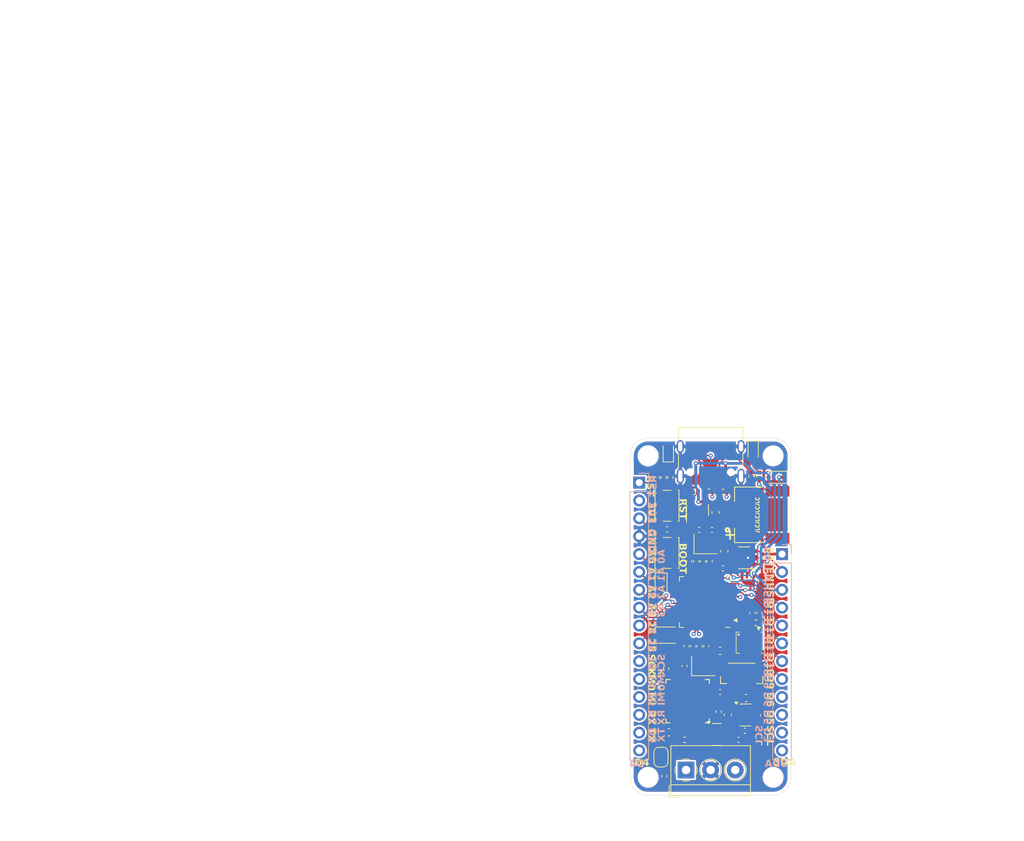
<source format=kicad_pcb>
(kicad_pcb (version 20240108) (generator "pcbnew") (generator_version "8.0")
  (layers (0 "F.Cu" signal) (31 "B.Cu" signal) (34 "B.Paste" user) (35 "F.Paste" user) (36 "B.SilkS" user "B.Silkscreen") (37 "F.SilkS" user "F.Silkscreen") (38 "B.Mask" user) (39 "F.Mask" user) (44 "Edge.Cuts" user))
  (net 0 "")
  (net 1 "GND")
  (net 2 "Net-(U1-XIN)")
  (net 3 "Net-(C2-Pad2)")
  (net 4 "+3V3")
  (net 5 "VBAT")
  (net 6 "+1V2")
  (net 7 "VBUS")
  (net 8 "Net-(D2-K)")
  (net 9 "Net-(D3-A)")
  (net 10 "Net-(D3-K)")
  (net 11 "Net-(D4-A)")
  (net 13 "Net-(J1-D--PadA7)")
  (net 15 "Net-(J1-D+-PadA6)")
  (net 16 "Net-(J1-CC1)")
  (net 18 "Net-(J1-CC2)")
  (net 19 "/EN")
  (net 20 "/~{RST}")
  (net 21 "Net-(U1-XOUT)")
  (net 22 "/QSPI_SS")
  (net 23 "/USB_DN")
  (net 24 "/USB_DP")
  (net 25 "Net-(U4-PROG)")
  (net 26 "/GPIO13")
  (net 27 "/GPIO29_ADC3")
  (net 28 "/GPIO28_ADC2")
  (net 29 "/QSPI_SD1")
  (net 30 "/GPIO0")
  (net 31 "/GPIO1")
  (net 32 "/QSPI_SCLK")
  (net 33 "/GPIO18")
  (net 34 "/GPIO25")
  (net 35 "/SWCLK")
  (net 36 "/GPIO20")
  (net 37 "/GPIO23")
  (net 38 "/GPIO2")
  (net 39 "/GPIO6")
  (net 40 "/GPIO4")
  (net 41 "/GPIO12")
  (net 42 "/GPIO10")
  (net 43 "/QSPI_SD2")
  (net 44 "/GPIO11")
  (net 45 "/GPIO19")
  (net 46 "/GPIO14")
  (net 47 "/GPIO27_ADC1")
  (net 48 "/QSPI_SD3")
  (net 49 "/QSPI_SD0")
  (net 50 "/GPIO9")
  (net 51 "/GPIO15")
  (net 52 "/GPIO21")
  (net 53 "/SWD")
  (net 54 "/GPIO3")
  (net 55 "/GPIO26_ADC0")
  (net 56 "/GPIO22")
  (net 57 "/GPIO8")
  (net 58 "/GPIO7")
  (net 59 "/GPIO5")
  (net 60 "/GPIO24")
  (net 66 "VHI")
  (net 67 "/GPIO16")
  (net 68 "/GPIO17")
  (net 69 "Net-(U7-OSC2)")
  (net 70 "Net-(U7-OSC1)")
  (net 71 "/CAN-Bus/CANH")
  (net 72 "Net-(U4-STAT)")
  (net 73 "/CAN-Bus/CANL")
  (net 74 "/CAN-Bus/~{CAN_CS}")
  (net 75 "/CAN-Bus/~{CAN_RESET}")
  (net 76 "/CAN-Bus/CAN_STBY")
  (net 77 "/CAN-Bus/SCK")
  (net 78 "/CAN-Bus/TxCAN")
  (net 79 "/CAN-Bus/~{CAN_INT}")
  (net 81 "/CAN-Bus/~{Tx0RTS}")
  (net 84 "+5V")
  (net 87 "/CAN-Bus/RxCAN")
  (net 88 "/CAN-Bus/~{Rx0BF}")
  (net 89 "/CAN-Bus/MISO")
  (net 91 "/CAN-Bus/MOSI")
  (net 92 "Net-(JP1-A)")
  (footprint "Capacitor_SMD:C_0402_1005Metric" (layer "F.Cu") (at 137.7442 111.9378)
    (property "Reference" "C6" (hide yes))
    (property "Value" "22p")
  )
  (footprint "Resistor_SMD:R_0402_1005Metric" (layer "F.Cu") (at 128.8816 109.2962 90)
    (property "Reference" "R15" (hide yes))
    (property "Value" "10K")
  )
  (footprint "Package_DFN_QFN:QFN-56-1EP_7x7mm_P0.4mm_EP3.2x3.2mm" (layer "F.Cu") (at 135.5724 99.1193 180)
    (property "Reference" "U1" (hide yes))
    (property "Value" "RP2040")
  )
  (footprint "MountingHole:MountingHole_2.5mm" (layer "F.Cu") (at 145.29522 124.0536)
    (property "Reference" "H4" (hide yes))
    (property "Value" "MountingHole")
  )
  (footprint "Resistor_SMD:R_0402_1005Metric" (layer "F.Cu") (at 137.541 114.7064 -90)
    (property "Reference" "R16" (hide yes))
    (property "Value" "10K")
  )
  (footprint "Capacitor_SMD:C_0402_1005Metric" (layer "F.Cu") (at 128.8796 112.0394 90)
    (property "Reference" "C23" (hide yes))
    (property "Value" "100nF")
  )
  (footprint "Button_Switch_SMD:SW_SPST_PTS810" (layer "F.Cu") (at 130.2004 85.428 -90)
    (property "Reference" "SW2" (hide yes))
    (property "Value" "SW_Push")
  )
  (footprint "Capacitor_SMD:C_0402_1005Metric" (layer "F.Cu") (at 132.9944 105.41 -90)
    (property "Reference" "C15" (hide yes))
    (property "Value" "100nF")
  )
  (footprint "LED_SMD:LED_WS2812B-2020_PLCC4_2.0x2.0mm" (layer "F.Cu") (at 129.9718 103.8352)
    (property "Reference" "D5" (hide yes))
    (property "Value" "WS2812B")
  )
  (footprint "Resistor_SMD:R_0402_1005Metric" (layer "F.Cu") (at 143.30218 81.2292 90)
    (property "Reference" "R13" (hide yes))
    (property "Value" "10K")
  )
  (footprint "MCP25625:Microchip-ML-28-0-0-0" (layer "F.Cu") (at 133.1396 113.2228)
    (property "Reference" "U7" (hide yes))
    (property "Value" "MCP25625T-E_ML")
  )
  (footprint "Resistor_SMD:R_0402_1005Metric" (layer "F.Cu") (at 143.7132 92.837 90)
    (property "Reference" "R9" (hide yes))
    (property "Value" "10K")
  )
  (footprint "MountingHole:MountingHole_2.5mm" (layer "F.Cu") (at 127.51522 78.3336)
    (property "Reference" "H2" (hide yes))
    (property "Value" "MountingHole")
  )
  (footprint "Capacitor_SMD:C_0402_1005Metric" (layer "F.Cu") (at 133.9248 105.41 -90)
    (property "Reference" "C7" (hide yes))
    (property "Value" "100nF")
  )
  (footprint "Capacitor_SMD:C_0603_1608Metric" (layer "F.Cu") (at 137.7442 106.0704 180)
    (property "Reference" "C17" (hide yes))
    (property "Value" "1uF")
  )
  (footprint "Connector_USB:USB_C_Receptacle_G-Switch_GT-USB-7010ASV" (layer "F.Cu") (at 136.40522 78.0796 180)
    (property "Reference" "J1" (hide yes))
    (property "Value" "USB_C_Receptacle_USB2.0")
  )
  (footprint "Package_TO_SOT_SMD:SOT-23-5" (layer "F.Cu") (at 141.1732 92.837 180)
    (property "Reference" "U3" (hide yes))
    (property "Value" "AP2112K-3.3")
  )
  (footprint "Button_Switch_SMD:SW_SPST_PTS810" (layer "F.Cu") (at 130.2004 92.1336 -90)
    (property "Reference" "SW1" (hide yes))
    (property "Value" "SW_Push")
  )
  (footprint "Capacitor_SMD:C_0402_1005Metric" (layer "F.Cu") (at 140.38522 118.7196)
    (property "Reference" "C19" (hide yes))
    (property "Value" "47pF")
  )
  (footprint "S2B-PH-SM4-TB_LF__SN_:JST_S2B-PH-SM4-TB_LF__SN_" (layer "F.Cu") (at 140.15922 86.7156 90)
    (property "Reference" "J6" (hide yes))
    (property "Value" "BAT")
  )
  (footprint "Crystal:Crystal_SMD_2520-4Pin_2.5x2.0mm" (layer "F.Cu") (at 135.6868 90.8558)
    (property "Reference" "Y1" (hide yes))
    (property "Value" "24MHz")
  )
  (footprint "Package_TO_SOT_SMD:SOT-23-5" (layer "F.Cu") (at 134.5438 86.0044 90)
    (property "Reference" "U4" (hide yes))
    (property "Value" "MCP73831")
  )
  (footprint "Package_TO_SOT_SMD:SOT-23" (layer "F.Cu") (at 137.287 117.9576)
    (property "Reference" "D6" (hide yes))
    (property "Value" "PESD1CAN")
  )
  (footprint "MountingHole:MountingHole_2.5mm" (layer "F.Cu") (at 145.29522 78.3336)
    (property "Reference" "H1" (hide yes))
    (property "Value" "MountingHole")
  )
  (footprint "LED_SMD:LED_0603_1608Metric" (layer "F.Cu") (at 142.45042 77.7094 -90)
    (property "Reference" "D4" (hide yes))
    (property "Value" "LED")
  )
  (footprint "Resistor_SMD:R_0402_1005Metric" (layer "F.Cu") (at 138.16522 83.4644)
    (property "Reference" "R6" (hide yes))
    (property "Value" "220")
  )
  (footprint "Resistor_SMD:R_0402_1005Metric" (layer "F.Cu") (at 142.2146 81.2292 -90)
    (property "Reference" "R4" (hide yes))
    (property "Value" "5K1")
  )
  (footprint "Capacitor_SMD:C_0603_1608Metric" (layer "F.Cu") (at 141.4526 112.776)
    (property "Reference" "C25" (hide yes))
    (property "Value" "1uF")
  )
  (footprint "Diode_SMD:D_SOD-323" (layer "F.Cu") (at 145.6973 81.3787 180)
    (property "Reference" "D1" (hide yes))
    (property "Value" "MBR0540")
  )
  (footprint "Resistor_SMD:R_0402_1005Metric" (layer "F.Cu") (at 134.1038 83.439 180)
    (property "Reference" "R10" (hide yes))
    (property "Value" "5K1")
  )
  (footprint "Crystal:Crystal_SMD_2520-4Pin_2.5x2.0mm" (layer "F.Cu") (at 135.3566 108.204)
    (property "Reference" "Y2" (hide yes))
    (property "Value" "16MHz")
  )
  (footprint "LED_SMD:LED_0603_1608Metric" (layer "F.Cu") (at 130.38542 77.7094 90)
    (property "Reference" "D2" (hide yes))
    (property "Value" "LED")
  )
  (footprint "Resistor_SMD:R_0402_1005Metric" (layer "F.Cu") (at 136.2456 93.345 -90)
    (property "Reference" "R2" (hide yes))
    (property "Value" "1K")
  )
  (footprint "Resistor_SMD:R_0402_1005Metric" (layer "F.Cu") (at 129.3622 98.7044 180)
    (property "Reference" "R12" (hide yes))
    (property "Value" "10K")
  )
  (footprint "SPI-Flash:USON-8-3x4" (layer "F.Cu") (at 142.0368 104.9082 -90)
    (property "Reference" "U2" (hide yes))
    (property "Value" "W25Q128JVS")
  )
  (footprint "Capacitor_SMD:C_0402_1005Metric" (layer "F.Cu") (at 141.2722 117.4242)
    (property "Reference" "C24" (hide yes))
    (property "Value" "100nF")
  )
  (footprint "Capacitor_SMD:C_0603_1608Metric" (layer "F.Cu") (at 137.0968 86.3669 90)
    (property "Reference" "C5" (hide yes))
    (property "Value" "10u")
  )
  (footprint "DMG3415UFY4Q-7:TRANS_DMG3415UFY4Q-7" (layer "F.Cu") (at 142.0622 96.4184 -90)
    (property "Reference" "Q1" (hide yes))
    (property "Value" "BSS83P")
  )
  (footprint "Capacitor_SMD:C_0402_1005Metric" (layer "F.Cu") (at 143.3322 100.6602 90)
    (property "Reference" "C12" (hide yes))
    (property "Value" "100nF")
  )
  (footprint "Capacitor_SMD:C_0402_1005Metric" (layer "F.Cu") (at 138.1506 94.3356)
    (property "Reference" "C13" (hide yes))
    (property "Value" "100nF")
  )
  (footprint "Capacitor_SMD:C_0402_1005Metric" (layer "F.Cu") (at 134.7724 88.8705 180)
    (property "Reference" "C2" (hide yes))
    (property "Value" "22p")
  )
  (footprint "Jumper:SolderJumper-2_P1.3mm_Open_RoundedPad1.0x1.5mm" (layer "F.Cu") (at 129.3368 121.1834 -90)
    (property "Reference" "JP1" (hide yes))
    (property "Value" "JMP")
  )
  (footprint "Resistor_SMD:R_0402_1005Metric" (layer "F.Cu") (at 133.35 93.345 -90)
    (property "Reference" "R1" (hide yes))
    (property "Value" "10K")
  )
  (footprint "Resistor_SMD:R_0402_1005Metric" (layer "F.Cu") (at 130.683 81.407 -90)
    (property "Reference" "R5" (hide yes))
    (property "Value" "5K1")
  )
  (footprint "Resistor_SMD:R_0402_1005Metric" (layer "F.Cu") (at 130.0734 108.6104 -90)
    (property "Reference" "R14" (hide yes))
    (property "Value" "10K")
  )
  (footprint "Diode_SMD:D_SOD-323" (layer "F.Cu") (at 129.3622 96.5962 -90)
    (property "Reference" "D3" (hide yes))
    (property "Value" "NSR0320")
  )
  (footprint "Resistor_SMD:R_0402_1005Metric" (layer "F.Cu") (at 136.14522 83.439)
    (property "Reference" "R7" (hide yes))
    (property "Value" "220")
  )
  (footprint "Resistor_SMD:R_0402_1005Metric" (layer "F.Cu") (at 132.715 118.7196)
    (property "Reference" "R17" (hide yes))
    (property "Value" "120")
  )
  (footprint "Capacitor_SMD:C_0402_1005Metric" (layer "F.Cu") (at 136.6012 88.8705)
    (property "Reference" "C1" (hide yes))
    (property "Value" "22p")
  )
  (footprint "Capacitor_SMD:C_0603_1608Metric" (layer "F.Cu") (at 138.8618 115.1636 90)
    (property "Reference" "C21" (hide yes))
    (property "Value" "1uF")
  )
  (footprint "Capacitor_SMD:C_0603_1608Metric" (layer "F.Cu") (at 130.4798 117.6528 180)
    (property "Reference" "C26" (hide yes))
    (property "Value" "1uF")
  )
  (footprint "Capacitor_SMD:C_0603_1608Metric" (layer "F.Cu") (at 138.3538 91.887 90)
    (property "Reference" "C4" (hide yes))
    (property "Value" "10u")
  )
  (footprint "Capacitor_SMD:C_0402_1005Metric" (layer "F.Cu") (at 129.8168 123.9012 -90)
    (property "Reference" "C20" (hide yes))
    (property "Value" "47pF")
  )
  (footprint "Capacitor_SMD:C_0402_1005Metric" (layer "F.Cu") (at 132.6896 108.2268 90)
    (property "Reference" "C18" (hide yes))
    (property "Value" "22p")
  )
  (footprint "Resistor_SMD:R_0402_1005Metric" (layer "F.Cu") (at 142.8222 102.0826 180)
    (property "Reference" "R3" (hide yes))
    (property "Value" "10K")
  )
  (footprint "Package_TO_SOT_SMD:SOT-23-5" (layer "F.Cu") (at 141.351 115.189)
    (property "Reference" "U5" (hide yes))
    (property "Value" "AP3012")
  )
  (footprint "Resistor_SMD:R_0402_1005Metric" (layer "F.Cu") (at 128.7272 81.407 90)
    (property "Reference" "R11" (hide yes))
    (property "Value" "10K")
  )
  (footprint "Capacitor_SMD:C_0402_1005Metric" (layer "F.Cu") (at 135.7884 105.41 -90)
    (property "Reference" "C10" (hide yes))
    (property "Value" "100nF")
  )
  (footprint "Capacitor_SMD:C_0402_1005Metric" (layer "F.Cu") (at 142.3292 100.6602 90)
    (property "Reference" "C16" (hide yes))
    (property "Value" "100nF")
  )
  (footprint "Resistor_SMD:R_0402_1005Metric" (layer "F.Cu") (at 129.7178 81.407 -90)
    (property "Reference" "R8" (hide yes))
    (property "Value" "10K")
  )
  (footprint "Capacitor_SMD:C_0603_1608Metric" (layer "F.Cu") (at 143.6878 96.266 -90)
    (property "Reference" "C3" (hide yes))
    (property "Value" "10u")
  )
  (footprint "Capacitor_SMD:C_0402_1005Metric" (layer "F.Cu") (at 134.8486 105.41 -90)
    (property "Reference" "C9" (hide yes))
    (property "Value" "1uF")
  )
  (footprint "Capacitor_SMD:C_0402_1005Metric" (layer "F.Cu") (at 143.8682 115.2144 90)
    (property "Reference" "C22" (hide yes))
    (property "Value" "100nF")
  )
  (footprint "BM04B-SRSS-TB_LF__SN_:JST_BM04B-SRSS-TB_LF__SN_" (layer "F.Cu") (at 140.8162 108.5203)
    (property "Reference" "J2" (hide yes))
    (property "Value" "I2C")
  )
  (footprint "Capacitor_SMD:C_0402_1005Metric" (layer "F.Cu") (at 134.366 93.345 90)
    (property "Reference" "C8" (hide yes))
    (property "Value" "100nF")
  )
  (footprint "TerminalBlock_4Ucon:TerminalBlock_4Ucon_1x03_P3.50mm_Horizontal" (layer "F.Cu") (at 132.90522 123.0138)
    (property "Reference" "J3" (hide yes))
    (property "Value" "Screw_Terminal_01x03")
  )
  (footprint "Capacitor_SMD:C_0402_1005Metric" (layer "F.Cu") (at 130.2004 88.7808)
    (property "Reference" "C11" (hide yes))
    (property "Value" "100nF")
  )
  (footprint "MountingHole:MountingHole_2.5mm" (layer "F.Cu") (at 127.51522 124.0536)
    (property "Reference" "H3" (hide yes))
    (property "Value" "MountingHole")
  )
  (footprint "Capacitor_SMD:C_0402_1005Metric" (layer "F.Cu") (at 135.3058 93.345 90)
    (property "Reference" "C14" (hide yes))
    (property "Value" "100nF")
  )
  (footprint "Connector_PinHeader_2.54mm:PinHeader_1x16_P2.54mm_Vertical" (layer "B.Cu") (at 126.24522 82.1436 180)
    (property "Reference" "J4" (hide yes))
    (property "Value" "Conn")
  )
  (footprint "Connector_PinHeader_2.54mm:PinHeader_1x12_P2.54mm_Vertical" (layer "B.Cu") (at 146.56522 92.3036 180)
    (property "Reference" "J5" (hide yes))
    (property "Value" "Conn")
  )
  (gr_poly (pts (xy 140.165685 101.9683) (xy 140.165685 101.4603) (xy 139.683085 101.7143)) (stroke (width 0.1)) (fill solid) (layer "F.SilkS"))
  (gr_arc (start 145.33522 75.7936) (mid 147.102987 76.525833) (end 147.83522 78.2936) (stroke (width 0.05)) (layer "Edge.Cuts"))
  (gr_line (start 127.47522 126.5936) (end 145.33522 126.5936) (stroke (width 0.05)) (layer "Edge.Cuts"))
  (gr_line (start 127.47522 75.7936) (end 145.33522 75.7936) (stroke (width 0.05)) (layer "Edge.Cuts"))
  (gr_line (start 147.83522 78.2936) (end 147.83522 124.0936) (stroke (width 0.05)) (layer "Edge.Cuts"))
  (gr_arc (start 124.97522 78.2936) (mid 125.707453 76.525833) (end 127.47522 75.7936) (stroke (width 0.05)) (layer "Edge.Cuts"))
  (gr_line (start 124.97522 78.2936) (end 124.97522 124.0936) (stroke (width 0.05)) (layer "Edge.Cuts"))
  (gr_arc (start 127.47522 126.5936) (mid 125.707453 125.861367) (end 124.97522 124.0936) (stroke (width 0.05)) (layer "Edge.Cuts"))
  (gr_arc (start 147.83522 124.0936) (mid 147.102987 125.861367) (end 145.33522 126.5936) (stroke (width 0.05)) (layer "Edge.Cuts"))
  (gr_text "D11" (at 145.14022 103.9368 -270) (layer "B.SilkS") (effects (font (size 1 1) (thickness 0.25) (bold yes)) (justify left bottom mirror)))
  (gr_text "D1" (at 128.88422 114.471956 -270) (layer "B.SilkS") (effects (font (size 1 1) (thickness 0.25) (bold yes)) (justify left bottom mirror)))
  (gr_text "SDA" (at 147.3454 122.7328 0) (layer "B.SilkS") (effects (font (size 1 1) (thickness 0.25) (bold yes)) (justify left bottom mirror)))
  (gr_text "TX" (at 130.049242 117.011956 90) (layer "B.SilkS") (effects (font (size 1 1) (thickness 0.25) (bold yes)) (justify left bottom mirror)))
  (gr_text "SCL" (at 143.94739 116.6368 -270) (layer "B.SilkS") (effects (font (size 1 1) (thickness 0.25) (bold yes)) (justify left bottom mirror)))
  (gr_text "GND" (at 128.88422 88.7222 90) (layer "B.SilkS") (effects (font (size 1 1) (thickness 0.25) (bold yes)) (justify left bottom mirror)))
  (gr_text "25" (at 128.88422 104.311956 90) (layer "B.SilkS") (effects (font (size 1 1) (thickness 0.25) (bold yes)) (justify left bottom mirror)))
  (gr_text "RST" (at 128.88422 81.1022 90) (layer "B.SilkS") (effects (font (size 1 1) (thickness 0.25) (bold yes)) (justify left bottom mirror)))
  (gr_text "EN" (at 145.14022 94.126556 -270) (layer "B.SilkS") (effects (font (size 1 1) (thickness 0.25) (bold yes)) (justify left bottom mirror)))
  (gr_text "BAT" (at 145.14022 91.2368 -270) (layer "B.SilkS") (effects (font (size 1 1) (thickness 0.25) (bold yes)) (justify left bottom mirror)))
  (gr_text "A1" (at 130.049242 94.151956 90) (layer "B.SilkS") (effects (font (size 1 1) (thickness 0.25) (bold yes)) (justify left bottom mirror)))
  (gr_text "A3" (at 130.049242 99.231956 90) (layer "B.SilkS") (effects (font (size 1 1) (thickness 0.25) (bold yes)) (justify left bottom mirror)))
  (gr_text "24" (at 128.88422 101.771956 90) (layer "B.SilkS") (effects (font (size 1 1) (thickness 0.25) (bold yes)) (justify left bottom mirror)))
  (gr_text "A2" (at 130.049242 96.691956 90) (layer "B.SilkS") (effects (font (size 1 1) (thickness 0.25) (bold yes)) (justify left bottom mirror)))
  (gr_text "20" (at 128.88422 111.931956 -270) (layer "B.SilkS") (effects (font (size 1 1) (thickness 0.25) (bold yes)) (justify left bottom mirror)))
  (gr_text "D9" (at 145.14022 109.366556 -270) (layer "B.SilkS") (effects (font (size 1 1) (thickness 0.25) (bold yes)) (justify left bottom mirror)))
  (gr_text "D10" (at 145.14022 106.4768 -270) (layer "B.SilkS") (effects (font (size 1 1) (thickness 0.25) (bold yes)) (justify left bottom mirror)))
  (gr_text "26" (at 128.88422 91.611956 90) (layer "B.SilkS") (effects (font (size 1 1) (thickness 0.25) (bold yes)) (justify left bottom mirror)))
  (gr_text "A0" (at 130.049242 91.611956 90) (layer "B.SilkS") (effects (font (size 1 1) (thickness 0.25) (bold yes)) (justify left bottom mirror)))
  (gr_text "29" (at 128.88422 99.231956 -270) (layer "B.SilkS") (effects (font (size 1 1) (thickness 0.25) (bold yes)) (justify left bottom mirror)))
  (gr_text "D4" (at 126.9746 122.7836 0) (layer "B.SilkS") (effects (font (size 1 1) (thickness 0.25) (bold yes)) (justify left bottom mirror)))
  (gr_text "M0" (at 130.049242 109.391956 90) (layer "B.SilkS") (effects (font (size 1 1) (thickness 0.25) (bold yes)) (justify left bottom mirror)))
  (gr_text "MI" (at 130.049242 111.931956 90) (layer "B.SilkS") (effects (font (size 1 1) (thickness 0.25) (bold yes)) (justify left bottom mirror)))
  (gr_text "D5" (at 145.14022 114.446556 -270) (layer "B.SilkS") (effects (font (size 1 1) (thickness 0.25) (bold yes)) (justify left bottom mirror)))
  (gr_text "3V3" (at 128.88422 84.9122 90) (layer "B.SilkS") (effects (font (size 1 1) (thickness 0.25) (bold yes)) (justify left bottom mirror)))
  (gr_text "RX" (at 130.049242 114.471956 90) (layer "B.SilkS") (effects (font (size 1 1) (thickness 0.25) (bold yes)) (justify left bottom mirror)))
  (gr_text "SCK" (at 130.049242 106.5022 90) (layer "B.SilkS") (effects (font (size 1 1) (thickness 0.25) (bold yes)) (justify left bottom mirror)))
  (gr_text "27" (at 128.88422 94.151956 -270) (layer "B.SilkS") (effects (font (size 1 1) (thickness 0.25) (bold yes)) (justify left bottom mirror)))
  (gr_text "D13" (at 145.14022 98.8568 -270) (layer "B.SilkS") (effects (font (size 1 1) (thickness 0.25) (bold yes)) (justify left bottom mirror)))
  (gr_text "D0" (at 128.88422 117.011956 -270) (layer "B.SilkS") (effects (font (size 1 1) (thickness 0.25) (bold yes)) (justify left bottom mirror)))
  (gr_text "19" (at 128.88422 109.391956 -270) (layer "B.SilkS") (effects (font (size 1 1) (thickness 0.25) (bold yes)) (justify left bottom mirror)))
  (gr_text "18" (at 128.88422 106.851956 -270) (layer "B.SilkS") (effects (font (size 1 1) (thickness 0.25) (bold yes)) (justify left bottom mirror)))
  (gr_text "28" (at 128.88422 96.691956 -270) (layer "B.SilkS") (effects (font (size 1 1) (thickness 0.25) (bold yes)) (justify left bottom mirror)))
  (gr_text "D3" (at 145.14022 116.986556 -270) (layer "B.SilkS") (effects (font (size 1 1) (thickness 0.25) (bold yes)) (justify left bottom mirror)))
  (gr_text "USB" (at 145.14022 96.3168 -270) (layer "B.SilkS") (effects (font (size 1 1) (thickness 0.25) (bold yes)) (justify left bottom mirror)))
  (gr_text "D12" (at 145.14022 101.3968 -270) (layer "B.SilkS") (effects (font (size 1 1) (thickness 0.25) (bold yes)) (justify left bottom mirror)))
  (gr_text "D6" (at 145.14022 111.906556 -270) (layer "B.SilkS") (effects (font (size 1 1) (thickness 0.25) (bold yes)) (justify left bottom mirror)))
  (gr_text "3V3" (at 127.330472 84.904333 -90) (layer "F.SilkS") (effects (font (size 1 1) (thickness 0.25) (bold yes)) (justify left bottom)))
  (gr_text "EN" (at 144.25122 94.144089 270) (layer "F.SilkS") (effects (font (size 1 1) (thickness 0.25) (bold yes)) (justify left bottom)))
  (gr_text "D5" (at 144.25122 114.464089 270) (layer "F.SilkS") (effects (font (size 1 1) (thickness 0.25) (bold yes)) (justify left bottom)))
  (gr_text "A3" (at 127.330472 99.224089 -90) (layer "F.SilkS") (effects (font (size 1 1) (thickness 0.25) (bold yes)) (justify left bottom)))
  (gr_text "24" (at 127.330472 101.764089 -90) (layer "F.SilkS") (effects (font (size 1 1) (thickness 0.25) (bold yes)) (justify left bottom)))
  (gr_text "25" (at 127.330472 104.304089 -90) (layer "F.SilkS") (effects (font (size 1 1) (thickness 0.25) (bold yes)) (justify left bottom)))
  (gr_text "A2" (at 127.330472 96.684089 -90) (layer "F.SilkS") (effects (font (size 1 1) (thickness 0.25) (bold yes)) (justify left bottom)))
  (gr_text "USB" (at 144.25122 96.334333 270) (layer "F.SilkS") (effects (font (size 1 1) (thickness 0.25) (bold yes)) (justify left bottom)))
  (gr_text "SCK" (at 127.330472 106.494333 -90) (layer "F.SilkS") (effects (font (size 1 1) (thickness 0.25) (bold yes)) (justify left bottom)))
  (gr_text "+" (at 138.28222 90.5002 0) (layer "F.SilkS") (effects (font (size 1.5 1.5) (thickness 0.25) (bold yes)) (justify left bottom)))
  (gr_text "RST" (at 131.826 84.378733 270) (layer "F.SilkS") (effects (font (size 1 1) (thickness 0.25) (bold yes)) (justify left bottom)))
  (gr_text "D10" (at 144.25122 106.494333 270) (layer "F.SilkS") (effects (font (size 1 1) (thickness 0.25) (bold yes)) (justify left bottom)))
  (gr_text "MI" (at 127.330472 111.924089 270) (layer "F.SilkS") (effects (font (size 1 1) (thickness 0.25) (bold yes)) (justify left bottom)))
  (gr_text "BAT" (at 144.25122 91.254333 270) (layer "F.SilkS") (effects (font (size 1 1) (thickness 0.25) (bold yes)) (justify left bottom)))
  (gr_text "M0" (at 127.330472 109.384089 -90) (layer "F.SilkS") (effects (font (size 1 1) (thickness 0.25) (bold yes)) (justify left bottom)))
  (gr_text "TX" (at 127.330472 117.004089 -90) (layer "F.SilkS") (effects (font (size 1 1) (thickness 0.25) (bold yes)) (justify left bottom)))
  (gr_text "D6" (at 144.25122 111.924089 270) (layer "F.SilkS") (effects (font (size 1 1) (thickness 0.25) (bold yes)) (justify left bottom)))
  (gr_text "SCL" (at 144.25122 116.654333 270) (layer "F.SilkS") (effects (font (size 1 1) (thickness 0.25) (bold yes)) (justify left bottom)))
  (gr_text "GND" (at 127.330472 88.714333 -90) (layer "F.SilkS") (effects (font (size 1 1) (thickness 0.25) (bold yes)) (justify left bottom)))
  (gr_text "A0" (at 127.330472 91.604089 -90) (layer "F.SilkS") (effects (font (size 1 1) (thickness 0.25) (bold yes)) (justify left bottom)))
  (gr_text "D4" (at 125.545709 122.580926 0) (layer "F.SilkS") (effects (font (size 1 1) (thickness 0.25) (bold yes)) (justify left bottom)))
  (gr_text "D11" (at 144.25122 103.954333 270) (layer "F.SilkS") (effects (font (size 1 1) (thickness 0.25) (bold yes)) (justify left bottom)))
  (gr_text "JLCJLCJLCJLC" (at 143.372345 89.424528 90) (layer "F.SilkS") (effects (font (size 0.5 0.5) (thickness 0.125) (bold yes)) (justify left bottom)))
  (gr_text "SDA" (at 145.288 122.498882 0) (layer "F.SilkS") (effects (font (size 1 1) (thickness 0.25) (bold yes)) (justify left bottom)))
  (gr_text "BOOT" (at 131.826 90.734577 270) (layer "F.SilkS") (effects (font (size 1 1) (thickness 0.25) (bold yes)) (justify left bottom)))
  (gr_text "D13" (at 144.25122 98.874333 270) (layer "F.SilkS") (effects (font (size 1 1) (thickness 0.25) (bold yes)) (justify left bottom)))
  (gr_text "RX" (at 127.330472 114.464089 -90) (layer "F.SilkS") (effects (font (size 1 1) (thickness 0.25) (bold yes)) (justify left bottom)))
  (gr_text "D9" (at 144.25122 109.384089 270) (layer "F.SilkS") (effects (font (size 1 1) (thickness 0.25) (bold yes)) (justify left bottom)))
  (gr_text "D12" (at 144.25122 101.414333 270) (layer "F.SilkS") (effects (font (size 1 1) (thickness 0.25) (bold yes)) (justify left bottom)))
  (gr_text "A1" (at 127.330472 94.144089 -90) (layer "F.SilkS") (effects (font (size 1 1) (thickness 0.25) (bold yes)) (justify left bottom)))
  (gr_text "RST" (at 127.2032 81.094333 -90) (layer "F.SilkS") (effects (font (size 1 1) (thickness 0.25) (bold yes)) (justify left bottom)))
  (segment (start 142.3107 92.837) (end 141.732 92.837) (width 0.5) (layer "F.Cu") (net 1))
  (via (at 141.732 92.837) (size 0.6) (drill 0.3) (layers "F.Cu" "B.Cu") (net 1))
  (via (at 140.3858 103.759) (size 0.6) (drill 0.3) (layers "F.Cu" "B.Cu") (net 1))
  (via (at 128.8796 110.7694) (size 0.6) (drill 0.3) (layers "F.Cu" "B.Cu") (net 1))
  (segment (start 137.0812 89.6364) (end 136.5618 90.1558) (width 0.2) (layer "F.Cu") (net 2))
  (segment (start 136.6632 90.1558) (end 137.4368 90.9294) (width 0.2) (layer "F.Cu") (net 2))
  (segment (start 136.5618 90.1558) (end 136.6632 90.1558) (width 0.2) (layer "F.Cu") (net 2))
  (segment (start 137.4368 93.602724) (end 136.1724 94.867124) (width 0.2) (layer "F.Cu") (net 2))
  (segment (start 137.4368 90.9294) (end 137.4368 93.602724) (width 0.2) (layer "F.Cu") (net 2))
  (segment (start 137.0812 88.8705) (end 137.0812 89.6364) (width 0.2) (layer "F.Cu") (net 2))
  (segment (start 136.1724 94.867124) (end 136.1724 95.6818) (width 0.2) (layer "F.Cu") (net 2))
  (segment (start 134.9664 91.5558) (end 136.2456 92.835) (width 0.2) (layer "F.Cu") (net 3))
  (segment (start 133.9368 90.9558) (end 134.5368 91.5558) (width 0.2) (layer "F.Cu") (net 3))
  (segment (start 134.5368 91.5558) (end 134.8118 91.5558) (width 0.2) (layer "F.Cu") (net 3))
  (segment (start 134.2924 88.8705) (end 133.9368 89.2261) (width 0.2) (layer "F.Cu") (net 3))
  (segment (start 133.9368 89.2261) (end 133.9368 90.9558) (width 0.2) (layer "F.Cu") (net 3))
  (segment (start 134.8118 91.5558) (end 134.9664 91.5558) (width 0.2) (layer "F.Cu") (net 3))
  (segment (start 127.80242 88.7808) (end 126.24522 87.2236) (width 0.2) (layer "F.Cu") (net 4))
  (segment (start 142.315676 101.1402) (end 142.3292 101.1402) (width 0.2) (layer "F.Cu") (net 4))
  (segment (start 128.8796 112.5194) (end 130.2362 112.5194) (width 0.2) (layer "F.Cu") (net 4))
  (segment (start 135.3724 93.8916) (end 135.3058 93.825) (width 0.2) (layer "F.Cu") (net 4))
  (segment (start 143.3322 102.0826) (end 143.6868 102.4372) (width 0.2) (layer "F.Cu") (net 4))
  (segment (start 143.3322 102.0826) (end 143.3322 101.1402) (width 0.2) (layer "F.Cu") (net 4))
  (segment (start 128.2696 111.9094) (end 128.8796 112.5194) (width 0.2) (layer "F.Cu") (net 4))
  (segment (start 142.3292 101.1402) (end 143.3322 101.1402) (width 0.2) (layer "F.Cu") (net 4))
  (segment (start 139.0099 101.7193) (end 141.736576 101.7193) (width 0.2) (layer "F.Cu") (net 4))
  (segment (start 137.6706 94.3356) (end 137.6706 94.025601) (width 0.3) (layer "F.Cu") (net 4))
  (segment (start 128.8816 109.8062) (end 128.2696 110.4182) (width 0.2) (layer "F.Cu") (net 4))
  (segment (start 138.3538 93.342401) (end 138.3538 92.662) (width 0.3) (layer "F.Cu") (net 4))
  (segment (start 135.3724 95.6818) (end 135.3724 93.8916) (width 0.2) (layer "F.Cu") (net 4))
  (segment (start 140.0357 93.787) (end 139.6086 93.787) (width 0.3) (layer "F.Cu") (net 4))
  (segment (start 137.6706 94.025601) (end 138.3538 93.342401) (width 0.3) (layer "F.Cu") (net 4))
  (segment (start 138.4836 92.662) (end 138.3538 92.662) (width 0.3) (layer "F.Cu") (net 4))
  (segment (start 128.2696 110.4182) (end 128.2696 111.9094) (width 0.2) (layer "F.Cu") (net 4))
  (segment (start 143.6868 105.6582) (end 143.2368 106.1082) (width 0.2) (layer "F.Cu") (net 4))
  (segment (start 141.736576 101.7193) (end 142.315676 101.1402) (width 0.2) (layer "F.Cu") (net 4))
  (segment (start 143.6868 102.4372) (end 143.6868 105.6582) (width 0.2) (layer "F.Cu") (net 4))
  (segment (start 139.6086 93.787) (end 138.4836 92.662) (width 0.3) (layer "F.Cu") (net 4))
  (segment (start 129.7204 88.7808) (end 127.80242 88.7808) (width 0.2) (layer "F.Cu") (net 4))
  (segment (start 130.2362 112.5194) (end 130.2896 112.5728) (width 0.2) (layer "F.Cu") (net 4))
  (segment (start 140.15922 87.7156) (end 140.15922 90.19742) (width 0.4) (layer "F.Cu") (net 5))
  (segment (start 141.4874 87.7156) (end 143.7132 89.9414) (width 0.4) (layer "F.Cu") (net 5))
  (segment (start 141.1732 93.330026) (end 141.1732 94.7024) (width 0.4) (layer "F.Cu") (net 5))
  (segment (start 137.0968 87.1419) (end 135.4938 87.1419) (width 0.4) (layer "F.Cu") (net 5))
  (segment (start 140.8684 95.0072) (end 140.8684 96.0296) (width 0.4) (layer "F.Cu") (net 5))
  (segment (start 140.15922 87.7156) (end 141.4874 87.7156) (width 0.4) (layer "F.Cu") (net 5))
  (segment (start 141.0982 92.48085) (end 140.9446 92.63445) (width 0.4) (layer "F.Cu") (net 5))
  (segment (start 141.1732 94.7024) (end 140.8684 95.0072) (width 0.4) (layer "F.Cu") (net 5))
  (segment (start 141.2572 96.4184) (end 142.0622 96.4184) (width 0.4) (layer "F.Cu") (net 5))
  (segment (start 140.15922 90.19742) (end 141.0982 91.1364) (width 0.4) (layer "F.Cu") (net 5))
  (segment (start 144.97831 92.3036) (end 146.56522 92.3036) (width 0.4) (layer "F.Cu") (net 5))
  (segment (start 141.0982 91.1364) (end 141.0982 92.48085) (width 0.4) (layer "F.Cu") (net 5))
  (segment (start 143.7132 91.03849) (end 144.97831 92.3036) (width 0.4) (layer "F.Cu") (net 5))
  (segment (start 140.8684 96.0296) (end 141.2572 96.4184) (width 0.4) (layer "F.Cu") (net 5))
  (segment (start 143.7132 89.9414) (end 143.7132 91.03849) (width 0.4) (layer "F.Cu") (net 5))
  (segment (start 140.9446 92.63445) (end 140.9446 93.101426) (width 0.4) (layer "F.Cu") (net 5))
  (segment (start 140.9446 93.101426) (end 141.1732 93.330026) (width 0.4) (layer "F.Cu") (net 5))
  (segment (start 137.6705 87.7156) (end 137.0968 87.1419) (width 0.4) (layer "F.Cu") (net 5))
  (segment (start 140.15922 87.7156) (end 137.6705 87.7156) (width 0.4) (layer "F.Cu") (net 5))
  (segment (start 134.9724 95.6818) (end 134.9724 94.4314) (width 0.2) (layer "F.Cu") (net 6))
  (segment (start 134.9724 94.4314) (end 134.366 93.825) (width 0.2) (layer "F.Cu") (net 6))
  (segment (start 144.6276 80.7466) (end 144.6276 81.359) (width 0.4) (layer "F.Cu") (net 7))
  (segment (start 134.00522 81.28518) (end 134.2898 81.0006) (width 0.4) (layer "F.Cu") (net 7))
  (segment (start 134.2898 81.0006) (end 134.2898 79.375) (width 0.4) (layer "F.Cu") (net 7))
  (segment (start 142.5622 95.0548) (end 142.5702 95.0468) (width 0.3) (layer "F.Cu") (net 7))
  (segment (start 138.5316 80.938949) (end 138.5316 79.4004) (width 0.4) (layer "F.Cu") (net 7))
  (segment (start 134.00522 81.8046) (end 134.00522 81.28518) (width 0.4) (layer "F.Cu") (net 7))
  (segment (start 135.4938 84.8669) (end 134.6763 84.8669) (width 0.4) (layer "F.Cu") (net 7))
  (segment (start 134.6763 84.8669) (end 134.6708 84.8614) (width 0.4) (layer "F.Cu") (net 7))
  (segment (start 131.2672 77.80368) (end 131.2672 78.2828) (width 0.2) (layer "F.Cu") (net 7))
  (segment (start 144.6276 81.359) (end 144.6473 81.3787) (width 0.4) (layer "F.Cu") (net 7))
  (segment (start 131.6736 78.2828) (end 136.398 78.2828) (width 0.2) (layer "F.Cu") (net 7))
  (segment (start 138.80522 81.8046) (end 138.80522 81.212569) (width 0.4) (layer "F.Cu") (net 7))
  (segment (start 142.5622 95.5184) (end 142.5622 95.0548) (width 0.3) (layer "F.Cu") (net 7))
  (segment (start 131.2672 78.2828) (end 131.2672 79.3476) (width 0.2) (layer "F.Cu") (net 7))
  (segment (start 131.2672 79.3476) (end 129.7178 80.897) (width 0.2) (layer "F.Cu") (net 7))
  (segment (start 130.38542 76.9219) (end 131.2672 77.80368) (width 0.2) (layer "F.Cu") (net 7))
  (segment (start 131.2672 78.2828) (end 131.6736 78.2828) (width 0.2) (layer "F.Cu") (net 7))
  (segment (start 138.80522 81.212569) (end 138.5316 80.938949) (width 0.4) (layer "F.Cu") (net 7))
  (via (at 134.6708 84.8614) (size 0.6) (drill 0.3) (layers "F.Cu" "B.Cu") (net 7))
  (via (at 142.5702 95.0468) (size 0.6) (drill 0.3) (layers "F.Cu" "B.Cu") (net 7))
  (via (at 138.5316 79.4004) (size 0.6) (drill 0.3) (layers "F.Cu" "B.Cu") (net 7))
  (via (at 134.2898 79.375) (size 0.6) (drill 0.3) (layers "F.Cu" "B.Cu") (net 7))
  (via (at 144.6276 80.7466) (size 0.6) (drill 0.3) (layers "F.Cu" "B.Cu") (net 7))
  (via (at 136.398 78.2828) (size 0.6) (drill 0.3) (layers "F.Cu" "B.Cu") (net 7))
  (segment (start 134.6708 84.8614) (end 134.6708 83.2358) (width 0.4) (layer "B.Cu") (net 7))
  (segment (start 143.5862 94.0308) (end 143.5862 91.408472) (width 0.4) (layer "B.Cu") (net 7))
  (segment (start 134.2898 82.8548) (end 134.2898 79.375) (width 0.4) (layer "B.Cu") (net 7))
  (segment (start 138.5062 79.375) (end 138.5316 79.4004) (width 0.4) (layer "B.Cu") (net 7))
  (segment (start 142.5702 95.0468) (end 143.5862 94.0308) (width 0.4) (layer "B.Cu") (net 7))
  (segment (start 143.5862 91.408472) (end 145.509618 89.485054) (width 0.4) (layer "B.Cu") (net 7))
  (segment (start 136.398 78.2828) (end 136.398 79.375) (width 0.2) (layer "B.Cu") (net 7))
  (segment (start 134.2898 79.375) (end 136.398 79.375) (width 0.4) (layer "B.Cu") (net 7))
  (segment (start 142.6972 80.7466) (end 144.6276 80.7466) (width 0.4) (layer "B.Cu") (net 7))
  (segment (start 145.509618 82.543018) (end 144.6276 81.661) (width 0.4) (layer "B.Cu") (net 7))
  (segment (start 144.907 97.3836) (end 142.5702 95.0468) (width 0.4) (layer "B.Cu") (net 7))
  (segment (start 136.398 79.375) (end 138.5062 79.375) (width 0.4) (layer "B.Cu") (net 7))
  (segment (start 144.6276 81.661) (end 144.6276 80.7466) (width 0.4) (layer "B.Cu") (net 7))
  (segment (start 145.509618 89.485054) (end 145.509618 82.543018) (width 0.4) (layer "B.Cu") (net 7))
  (segment (start 134.6708 83.2358) (end 134.2898 82.8548) (width 0.4) (layer "B.Cu") (net 7))
  (segment (start 141.351 79.4004) (end 142.6972 80.7466) (width 0.4) (layer "B.Cu") (net 7))
  (segment (start 146.56522 97.3836) (end 144.907 97.3836) (width 0.4) (layer "B.Cu") (net 7))
  (segment (start 138.5316 79.4004) (end 141.351 79.4004) (width 0.4) (layer "B.Cu") (net 7))
  (segment (start 128.7272 80.897) (end 128.7272 80.15512) (width 0.2) (layer "F.Cu") (net 8))
  (segment (start 128.7272 80.15512) (end 130.38542 78.4969) (width 0.2) (layer "F.Cu") (net 8))
  (segment (start 128.8522 98.1562) (end 128.8522 98.7044) (width 0.2) (layer "F.Cu") (net 9))
  (segment (start 129.3622 97.6462) (end 128.8522 98.1562) (width 0.2) (layer "F.Cu") (net 9))
  (segment (start 129.1254 95.3094) (end 129.3622 95.5462) (width 0.2) (layer "F.Cu") (net 10))
  (segment (start 129.1254 94.2086) (end 129.1254 95.3094) (width 0.2) (layer "F.Cu") (net 10))
  (segment (start 129.1254 90.0586) (end 129.1254 94.2086) (width 0.2) (layer "F.Cu") (net 10))
  (segment (start 143.30218 80.7192) (end 142.45042 79.86744) (width 0.2) (layer "F.Cu") (net 11))
  (segment (start 142.45042 79.86744) (end 142.45042 78.4969) (width 0.2) (layer "F.Cu") (net 11))
  (segment (start 137.15522 82.9644) (end 137.15522 81.8046) (width 0.2) (layer "F.Cu") (net 13))
  (segment (start 137.65522 83.4644) (end 137.15522 82.9644) (width 0.2) (layer "F.Cu") (net 13))
  (segment (start 136.15522 81.01478) (end 136.15522 81.8046) (width 0.2) (layer "F.Cu") (net 13))
  (segment (start 136.398 80.772) (end 136.15522 81.01478) (width 0.2) (layer "F.Cu") (net 13))
  (segment (start 137.15522 81.8046) (end 137.15522 80.9346) (width 0.2) (layer "F.Cu") (net 13))
  (segment (start 137.15522 80.9346) (end 136.99262 80.772) (width 0.2) (layer "F.Cu") (net 13))
  (segment (start 136.99262 80.772) (end 136.398 80.772) (width 0.2) (layer "F.Cu") (net 13))
  (segment (start 136.402096 82.7532) (end 135.65522 82.7532) (width 0.2) (layer "F.Cu") (net 15))
  (segment (start 136.65522 82.500076) (end 136.402096 82.7532) (width 0.2) (layer "F.Cu") (net 15))
  (segment (start 136.65522 81.8046) (end 136.65522 82.500076) (width 0.2) (layer "F.Cu") (net 15))
  (segment (start 135.65522 83.419) (end 135.63522 83.439) (width 0.2) (layer "F.Cu") (net 15))
  (segment (start 135.65522 82.7532) (end 135.65522 83.419) (width 0.2) (layer "F.Cu") (net 15))
  (segment (start 135.65522 81.8046) (end 135.65522 82.7532) (width 0.2) (layer "F.Cu") (net 15))
  (segment (start 140.21 78.7146) (end 142.2146 80.7192) (width 0.2) (layer "F.Cu") (net 16))
  (segment (start 137.65522 81.8046) (end 137.65522 79.428251) (width 0.2) (layer "F.Cu") (net 16))
  (segment (start 137.65522 79.428251) (end 138.368871 78.7146) (width 0.2) (layer "F.Cu") (net 16))
  (segment (start 138.368871 78.7146) (end 140.21 78.7146) (width 0.2) (layer "F.Cu") (net 16))
  (segment (start 135.001 79.237671) (end 134.554129 78.7908) (width 0.2) (layer "F.Cu") (net 18))
  (segment (start 135.001 80.7466) (end 135.001 79.237671) (width 0.2) (layer "F.Cu") (net 18))
  (segment (start 134.65522 81.8046) (end 134.65522 81.09238) (width 0.2) (layer "F.Cu") (net 18))
  (segment (start 134.554129 78.7908) (end 132.7892 78.7908) (width 0.2) (layer "F.Cu") (net 18))
  (segment (start 132.7892 78.7908) (end 130.683 80.897) (width 0.2) (layer "F.Cu") (net 18))
  (segment (start 134.65522 81.09238) (end 135.001 80.7466) (width 0.2) (layer "F.Cu") (net 18))
  (segment (start 143.2732 91.887) (end 142.3107 91.887) (width 0.2) (layer "F.Cu") (net 19))
  (segment (start 146.56522 94.597616) (end 146.56522 94.8436) (width 0.2) (layer "F.Cu") (net 19))
  (segment (start 143.7132 92.327) (end 143.2732 91.887) (width 0.2) (layer "F.Cu") (net 19))
  (segment (start 144.294604 92.327) (end 146.56522 94.597616) (width 0.2) (layer "F.Cu") (net 19))
  (segment (start 143.7132 92.327) (end 144.294604 92.327) (width 0.2) (layer "F.Cu") (net 19))
  (segment (start 133.7724 94.2774) (end 133.7724 95.6818) (width 0.2) (layer "F.Cu") (net 20))
  (segment (start 129.1254 87.503) (end 129.1254 83.353) (width 0.2) (layer "F.Cu") (net 20))
  (segment (start 127.381 82.1436) (end 126.24522 82.1436) (width 0.2) (layer "F.Cu") (net 20))
  (segment (start 129.1254 83.353) (end 128.5904 83.353) (width 0.2) (layer "F.Cu") (net 20))
  (segment (start 128.5904 83.353) (end 127.381 82.1436) (width 0.2) (layer "F.Cu") (net 20))
  (segment (start 133.35 93.855) (end 133.7724 94.2774) (width 0.2) (layer "F.Cu") (net 20))
  (segment (start 136.2456 93.855) (end 135.7724 94.3282) (width 0.2) (layer "F.Cu") (net 21))
  (segment (start 135.7724 94.3282) (end 135.7724 95.6818) (width 0.2) (layer "F.Cu") (net 21))
  (segment (start 129.8722 98.423) (end 130.0988 98.1964) (width 0.2) (layer "F.Cu") (net 22))
  (segment (start 142.1598 102.235) (end 142.3122 102.0826) (width 0.2) (layer "F.Cu") (net 22))
  (segment (start 142.3122 102.6628) (end 143.2368 103.5874) (width 0.2) (layer "F.Cu") (net 22))
  (segment (start 142.3122 102.0826) (end 142.3122 102.6628) (width 0.2) (layer "F.Cu") (net 22))
  (segment (start 138.1724 102.5568) (end 139.352801 102.556801) (width 0.2) (layer "F.Cu") (net 22))
  (segment (start 139.352801 102.556801) (end 139.674602 102.235) (width 0.2) (layer "F.Cu") (net 22))
  (segment (start 129.8722 98.7044) (end 129.8722 98.423) (width 0.2) (layer "F.Cu") (net 22))
  (segment (start 143.2368 103.5874) (end 143.2368 103.7082) (width 0.2) (layer "F.Cu") (net 22))
  (segment (start 139.674602 102.235) (end 142.1598 102.235) (width 0.2) (layer "F.Cu") (net 22))
  (via (at 130.0988 98.1964) (size 0.6) (drill 0.3) (layers "F.Cu" "B.Cu") (net 22))
  (segment (start 134.1724 103.4828) (end 133.9724 103.6828) (width 0.2) (layer "F.Cu") (net 23))
  (segment (start 138.67522 83.4644) (end 138.67522 84.1502) (width 0.2) (layer "F.Cu") (net 23))
  (segment (start 134.1724 102.5568) (end 134.1724 103.4828) (width 0.2) (layer "F.Cu") (net 23))
  (via (at 133.9724 103.6828) (size 0.6) (drill 0.3) (layers "F.Cu" "B.Cu") (net 23))
  (via (at 138.67522 84.1502) (size 0.6) (drill 0.3) (layers "F.Cu" "B.Cu") (net 23))
  (segment (start 136.65522 83.439) (end 136.65522 84.1502) (width 0.2) (layer "F.Cu") (net 24))
  (segment (start 134.5724 103.4828) (end 134.7724 103.6828) (width 0.2) (layer "F.Cu") (net 24))
  (segment (start 134.5724 102.5568) (end 134.5724 103.4828) (width 0.2) (layer "F.Cu") (net 24))
  (via (at 136.65522 84.1502) (size 0.6) (drill 0.3) (layers "F.Cu" "B.Cu") (net 24))
  (via (at 134.7724 103.6828) (size 0.6) (drill 0.3) (layers "F.Cu" "B.Cu") (net 24))
  (segment (start 133.5938 84.5668) (end 133.5938 84.8669) (width 0.2) (layer "F.Cu") (net 25))
  (segment (start 134.6138 83.439) (end 134.6138 83.5468) (width 0.2) (layer "F.Cu") (net 25))
  (segment (start 134.6138 83.5468) (end 133.5938 84.5668) (width 0.2) (layer "F.Cu") (net 25))
  (segment (start 137.7724 95.6818) (end 137.7724 95.14794) (width 0.2) (layer "F.Cu") (net 26))
  (segment (start 138.9892 94.9456) (end 139.7 95.6564) (width 0.2) (layer "F.Cu") (net 26))
  (segment (start 137.7724 95.14794) (end 137.97604 94.9443) (width 0.2) (layer "F.Cu") (net 26))
  (segment (start 143.30218 81.7392) (end 143.30218 82.34218) (width 0.2) (layer "F.Cu") (net 26))
  (segment (start 138.37006 94.9456) (end 138.9892 94.9456) (width 0.2) (layer "F.Cu") (net 26))
  (segment (start 137.97604 94.9443) (end 138.36876 94.9443) (width 0.2) (layer "F.Cu") (net 26))
  (segment (start 138.36876 94.9443) (end 138.37006 94.9456) (width 0.2) (layer "F.Cu") (net 26))
  (segment (start 143.30218 82.34218) (end 143.3068 82.3468) (width 0.2) (layer "F.Cu") (net 26))
  (via (at 143.3068 82.3468) (size 0.6) (drill 0.3) (layers "F.Cu" "B.Cu") (net 26))
  (via (at 139.7 95.6564) (size 0.6) (drill 0.3) (layers "F.Cu" "B.Cu") (net 26))
  (segment (start 143.0862 93.6164) (end 141.9702 94.7324) (width 0.2) (layer "B.Cu") (net 26))
  (segment (start 143.0862 91.201366) (end 143.0862 93.6164) (width 0.2) (layer "B.Cu") (net 26))
  (segment (start 143.3068 82.3468) (end 143.3576 82.3468) (width 0.2) (layer "B.Cu") (net 26))
  (segment (start 140.7064 95.3358) (end 141.9702 95.3358) (width 0.2) (layer "B.Cu") (net 26))
  (segment (start 140.3858 95.6564) (end 140.7064 95.3358) (width 0.2) (layer "B.Cu") (net 26))
  (segment (start 143.3576 82.3468) (end 145.009618 83.998818) (width 0.2) (layer "B.Cu") (net 26))
  (segment (start 141.9702 94.7324) (end 141.9702 95.3358) (width 0.2) (layer "B.Cu") (net 26))
  (segment (start 146.558 99.9236) (end 146.56522 99.9236) (width 0.2) (layer "B.Cu") (net 26))
  (segment (start 145.009618 89.277948) (end 143.0862 91.201366) (width 0.2) (layer "B.Cu") (net 26))
  (segment (start 141.9702 95.3358) (end 146.558 99.9236) (width 0.2) (layer "B.Cu") (net 26))
  (segment (start 139.7 95.6564) (end 140.3858 95.6564) (width 0.2) (layer "B.Cu") (net 26))
  (segment (start 145.009618 83.998818) (end 145.009618 89.277948) (width 0.2) (layer "B.Cu") (net 26))
  (segment (start 132.1349 101.3193) (end 127.64092 101.3193) (width 0.2) (layer "F.Cu") (net 27))
  (segment (start 127.64092 101.3193) (end 126.24522 99.9236) (width 0.2) (layer "F.Cu") (net 27))
  (segment (start 127.4822 98.62058) (end 126.24522 97.3836) (width 0.2) (layer "F.Cu") (net 28))
  (segment (start 128.996804 100.9193) (end 127.4822 99.404694) (width 0.2) (layer "F.Cu") (net 28))
  (segment (start 127.4822 99.404694) (end 127.4822 98.62058) (width 0.2) (layer "F.Cu") (net 28))
  (segment (start 132.1349 100.9193) (end 128.996804 100.9193) (width 0.2) (layer "F.Cu") (net 28))
  (segment (start 141.6114 102.6986) (end 142.4368 103.524) (width 0.2) (layer "F.Cu") (net 29))
  (segment (start 137.7724 102.5568) (end 137.7724 103.09066) (width 0.2) (layer "F.Cu") (net 29))
  (segment (start 142.4368 103.524) (end 142.4368 103.7082) (width 0.2) (layer "F.Cu") (net 29))
  (segment (start 137.7724 103.09066) (end 138.00894 103.3272) (width 0.2) (layer "F.Cu") (net 29))
  (segment (start 138.00894 103.3272) (end 139.148086 103.3272) (width 0.2) (layer "F.Cu") (net 29))
  (segment (start 139.148086 103.3272) (end 139.776687 102.6986) (width 0.2) (layer "F.Cu") (net 29))
  (segment (start 139.776687 102.6986) (end 141.6114 102.6986) (width 0.2) (layer "F.Cu") (net 29))
  (segment (start 141.6368 106.2418) (end 141.6368 106.1082) (width 0.2) (layer "F.Cu") (net 32))
  (segment (start 139.140514 104.5272) (end 140.3604 105.747086) (width 0.2) (layer "F.Cu") (net 32))
  (segment (start 140.3604 106.5276) (end 140.541 106.7082) (width 0.2) (layer "F.Cu") (net 32))
  (segment (start 137.511882 104.5272) (end 139.140514 104.5272) (width 0.2) (layer "F.Cu") (net 32))
  (segment (start 136.5724 103.587718) (end 137.511882 104.5272) (width 0.2) (layer "F.Cu") (net 32))
  (segment (start 141.1704 106.7082) (end 141.6368 106.2418) (width 0.2) (layer "F.Cu") (net 32))
  (segment (start 136.5724 102.5568) (end 136.5724 103.587718) (width 0.2) (layer "F.Cu") (net 32))
  (segment (start 140.3604 105.747086) (end 140.3604 106.5276) (width 0.2) (layer "F.Cu") (net 32))
  (segment (start 140.541 106.7082) (end 141.1704 106.7082) (width 0.2) (layer "F.Cu") (net 32))
  (segment (start 130.502 99.7193) (end 130.302 99.5193) (width 0.2) (layer "F.Cu") (net 34))
  (segment (start 132.1349 99.7193) (end 130.502 99.7193) (width 0.2) (layer "F.Cu") (net 34))
  (via (at 130.302 99.5193) (size 0.6) (drill 0.3) (layers "F.Cu" "B.Cu") (net 34))
  (segment (start 127.6858 102.1355) (end 127.6858 103.56302) (width 0.2) (layer "B.Cu") (net 34))
  (segment (start 130.302 99.5193) (end 127.6858 102.1355) (width 0.2) (layer "B.Cu") (net 34))
  (segment (start 127.6858 103.56302) (end 126.24522 105.0036) (width 0.2) (layer "B.Cu") (net 34))
  (segment (start 138.1724 95.6818) (end 138.811 95.6818) (width 0.2) (layer "F.Cu") (net 41))
  (via (at 138.811 95.6818) (size 0.6) (drill 0.3) (layers "F.Cu" "B.Cu") (net 41))
  (segment (start 138.811 95.6818) (end 139.3856 96.2564) (width 0.2) (layer "B.Cu") (net 41))
  (segment (start 145.3388 99.270086) (end 145.3388 101.23718) (width 0.2) (layer "B.Cu") (net 41))
  (segment (start 140.545086 96.0628) (end 142.131514 96.0628) (width 0.2) (layer "B.Cu") (net 41))
  (segment (start 140.351486 96.2564) (end 140.545086 96.0628) (width 0.2) (layer "B.Cu") (net 41))
  (segment (start 142.131514 96.0628) (end 145.3388 99.270086) (width 0.2) (layer "B.Cu") (net 41))
  (segment (start 145.3388 101.23718) (end 146.56522 102.4636) (width 0.2) (layer "B.Cu") (net 41))
  (segment (start 139.3856 96.2564) (end 140.351486 96.2564) (width 0.2) (layer "B.Cu") (net 41))
  (segment (start 139.0099 96.9193) (end 139.913054 96.9193) (width 0.2) (layer "F.Cu") (net 42))
  (segment (start 140.381553 97.387799) (end 141.287672 97.387799) (width 0.2) (layer "F.Cu") (net 42))
  (segment (start 141.287672 97.387799) (end 141.325742 97.425869) (width 0.2) (layer "F.Cu") (net 42))
  (segment (start 139.913054 96.9193) (end 140.381553 97.387799) (width 0.2) (layer "F.Cu") (net 42))
  (via (at 141.325742 97.425869) (size 0.6) (drill 0.3) (layers "F.Cu" "B.Cu") (net 42))
  (segment (start 142.363211 97.425869) (end 144.5388 99.601458) (width 0.2) (layer "B.Cu") (net 42))
  (segment (start 144.5388 105.51718) (end 146.56522 107.5436) (width 0.2) (layer "B.Cu") (net 42))
  (segment (start 141.325742 97.425869) (end 142.363211 97.425869) (width 0.2) (layer "B.Cu") (net 42))
  (segment (start 144.5388 99.601458) (end 144.5388 105.51718) (width 0.2) (layer "B.Cu") (net 42))
  (segment (start 139.313772 103.7272) (end 139.942372 103.0986) (width 0.2) (layer "F.Cu") (net 43))
  (segment (start 141.6368 103.5114) (end 141.6368 103.7082) (width 0.2) (layer "F.Cu") (net 43))
  (segment (start 141.224 103.0986) (end 141.6368 103.5114) (width 0.2) (layer "F.Cu") (net 43))
  (segment (start 137.3724 102.5568) (end 137.3724 103.256346) (width 0.2) (layer "F.Cu") (net 43))
  (segment (start 137.3724 103.256346) (end 137.843254 103.7272) (width 0.2) (layer "F.Cu") (net 43))
  (segment (start 139.942372 103.0986) (end 141.224 103.0986) (width 0.2) (layer "F.Cu") (net 43))
  (segment (start 137.843254 103.7272) (end 139.313772 103.7272) (width 0.2) (layer "F.Cu") (net 43))
  (segment (start 139.0099 96.5193) (end 140.361583 96.5193) (width 0.2) (layer "F.Cu") (net 44))
  (segment (start 140.361583 96.5193) (end 140.630082 96.787799) (width 0.2) (layer "F.Cu") (net 44))
  (via (at 140.630082 96.787799) (size 0.6) (drill 0.3) (layers "F.Cu" "B.Cu") (net 44))
  (segment (start 142.290827 96.787799) (end 144.9388 99.435772) (width 0.2) (layer "B.Cu") (net 44))
  (segment (start 144.9388 103.37718) (end 146.56522 105.0036) (width 0.2) (layer "B.Cu") (net 44))
  (segment (start 140.630082 96.787799) (end 142.290827 96.787799) (width 0.2) (layer "B.Cu") (net 44))
  (segment (start 144.9388 99.435772) (end 144.9388 103.37718) (width 0.2) (layer "B.Cu") (net 44))
  (segment (start 127.8822 96.48058) (end 126.24522 94.8436) (width 0.2) (layer "F.Cu") (net 47))
  (segment (start 129.16249 100.5193) (end 127.8822 99.239009) (width 0.2) (layer "F.Cu") (net 47))
  (segment (start 127.8822 99.239009) (end 127.8822 96.48058) (width 0.2) (layer "F.Cu") (net 47))
  (segment (start 132.1349 100.5193) (end 129.16249 100.5193) (width 0.2) (layer "F.Cu") (net 47))
  (segment (start 139.9604 106.693286) (end 140.375315 107.1082) (width 0.2) (layer "F.Cu") (net 48))
  (segment (start 141.6594 107.1082) (end 142.4368 106.3308) (width 0.2) (layer "F.Cu") (net 48))
  (segment (start 136.1724 102.5568) (end 136.1724 103.753402) (width 0.2) (layer "F.Cu") (net 48))
  (segment (start 137.3462 104.9272) (end 138.974828 104.9272) (width 0.2) (layer "F.Cu") (net 48))
  (segment (start 139.9604 105.912772) (end 139.9604 106.693286) (width 0.2) (layer "F.Cu") (net 48))
  (segment (start 136.1724 103.753402) (end 137.3462 104.9272) (width 0.2) (layer "F.Cu") (net 48))
  (segment (start 142.4368 106.3308) (end 142.4368 106.1082) (width 0.2) (layer "F.Cu") (net 48))
  (segment (start 140.375315 107.1082) (end 141.6594 107.1082) (width 0.2) (layer "F.Cu") (net 48))
  (segment (start 138.974828 104.9272) (end 139.9604 105.912772) (width 0.2) (layer "F.Cu") (net 48))
  (segment (start 137.677568 104.1272) (end 139.3062 104.1272) (width 0.2) (layer "F.Cu") (net 49))
  (segment (start 139.3062 104.1272) (end 140.8368 105.6578) (width 0.2) (layer "F.Cu") (net 49))
  (segment (start 136.9724 102.5568) (end 136.9724 103.422032) (width 0.2) (layer "F.Cu") (net 49))
  (segment (start 136.9724 103.422032) (end 137.677568 104.1272) (width 0.2) (layer "F.Cu") (net 49))
  (segment (start 140.8368 105.6578) (end 140.8368 106.1082) (width 0.2) (layer "F.Cu") (net 49))
  (segment (start 139.747368 97.3193) (end 140.215868 97.787799) (width 0.2) (layer "F.Cu") (net 50))
  (segment (start 140.839143 97.787799) (end 141.174338 98.122994) (width 0.2) (layer "F.Cu") (net 50))
  (segment (start 141.174338 98.122994) (end 142.211806 98.122994) (width 0.2) (layer "F.Cu") (net 50))
  (segment (start 139.0099 97.3193) (end 139.747368 97.3193) (width 0.2) (layer "F.Cu") (net 50))
  (segment (start 140.215868 97.787799) (end 140.839143 97.787799) (width 0.2) (layer "F.Cu") (net 50))
  (via (at 142.211806 98.122994) (size 0.6) (drill 0.3) (layers "F.Cu" "B.Cu") (net 50))
  (segment (start 144.1388 99.767144) (end 144.1388 107.65718) (width 0.2) (layer "B.Cu") (net 50))
  (segment (start 142.49465 98.122994) (end 144.1388 99.767144) (width 0.2) (layer "B.Cu") (net 50))
  (segment (start 144.1388 107.65718) (end 146.56522 110.0836) (width 0.2) (layer "B.Cu") (net 50))
  (segment (start 142.211806 98.122994) (end 142.49465 98.122994) (width 0.2) (layer "B.Cu") (net 50))
  (segment (start 132.1349 100.1193) (end 129.328176 100.1193) (width 0.2) (layer "F.Cu") (net 55))
  (segment (start 128.2822 94.34058) (end 126.24522 92.3036) (width 0.2) (layer "F.Cu") (net 55))
  (segment (start 128.2822 99.073324) (end 128.2822 94.34058) (width 0.2) (layer "F.Cu") (net 55))
  (segment (start 129.328176 100.1193) (end 128.2822 99.073324) (width 0.2) (layer "F.Cu") (net 55))
  (segment (start 139.0099 97.7193) (end 139.581683 97.7193) (width 0.2) (layer "F.Cu") (net 57))
  (segment (start 140.272816 98.410432) (end 140.613246 98.410432) (width 0.2) (layer "F.Cu") (net 57))
  (segment (start 139.581683 97.7193) (end 140.272816 98.410432) (width 0.2) (layer "F.Cu") (net 57))
  (via (at 140.613246 98.410432) (size 0.6) (drill 0.3) (layers "F.Cu" "B.Cu") (net 57))
  (segment (start 131.200731 99.3193) (end 130.986272 99.104841) (width 0.2) (layer "F.Cu") (net 60))
  (segment (start 132.1349 99.3193) (end 131.200731 99.3193) (width 0.2) (layer "F.Cu") (net 60))
  (via (at 130.986272 99.104841) (size 0.6) (drill 0.3) (layers "F.Cu" "B.Cu") (net 60))
  (segment (start 130.986272 99.104841) (end 130.712831 98.8314) (width 0.2) (layer "B.Cu") (net 60))
  (segment (start 130.712831 98.8314) (end 129.87742 98.8314) (width 0.2) (layer "B.Cu") (net 60))
  (segment (start 129.87742 98.8314) (end 126.24522 102.4636) (width 0.2) (layer "B.Cu") (net 60))
  (segment (start 146.7473 81.3787) (end 146.1545 81.3787) (width 0.4) (layer "F.Cu") (net 66))
  (segment (start 141.9202 94.7824) (end 141.9202 94.1775) (width 0.3) (layer "F.Cu") (net 66))
  (segment (start 143.2732 93.787) (end 142.3107 93.787) (width 0.2) (layer "F.Cu") (net 66))
  (segment (start 143.7132 93.347) (end 144.4478 93.347) (width 0.4) (layer "F.Cu") (net 66))
  (segment (start 143.6878 95.491) (end 143.6878 93.3724) (width 0.3) (layer "F.Cu") (net 66))
  (segment (start 143.6878 93.3724) (end 143.7132 93.347) (width 0.3) (layer "F.Cu") (net 66))
  (segment (start 141.5622 95.1404) (end 141.9202 94.7824) (width 0.3) (layer "F.Cu") (net 66))
  (segment (start 141.5622 95.5184) (end 141.5622 95.1404) (width 0.3) (layer "F.Cu") (net 66))
  (segment (start 143.7132 93.347) (end 143.2732 93.787) (width 0.2) (layer "F.Cu") (net 66))
  (segment (start 144.4478 93.347) (end 144.4498 93.345) (width 0.4) (layer "F.Cu") (net 66))
  (segment (start 146.1545 81.3787) (end 146.1516 81.3816) (width 0.4) (layer "F.Cu") (net 66))
  (segment (start 141.9202 94.1775) (end 142.3107 93.787) (width 0.3) (layer "F.Cu") (net 66))
  (via (at 144.4498 93.345) (size 0.6) (drill 0.3) (layers "F.Cu" "B.Cu") (net 66))
  (via (at 146.1516 81.3816) (size 0.6) (drill 0.3) (layers "F.Cu" "B.Cu") (net 66))
  (segment (start 146.1516 89.7636) (end 146.1516 81.3816) (width 0.4) (layer "B.Cu") (net 66))
  (segment (start 144.4498 93.345) (end 144.4498 91.4654) (width 0.4) (layer "B.Cu") (net 66))
  (segment (start 144.4498 91.4654) (end 146.1516 89.7636) (width 0.4) (layer "B.Cu") (net 66))
  (segment (start 134.7394 117.0076) (end 134.4396 116.7078) (width 0.2) (layer "F.Cu") (net 71))
  (segment (start 136.3495 117.0076) (end 134.7394 117.0076) (width 0.2) (layer "F.Cu") (net 71))
  (segment (start 134.4396 116.7078) (end 134.4396 116.0728) (width 0.2) (layer "F.Cu") (net 71))
  (segment (start 128.7272 81.917) (end 129.3382 82.528) (width 0.2) (layer "F.Cu") (net 72))
  (segment (start 132.8365 87.1419) (end 133.5938 87.1419) (width 0.2) (layer "F.Cu") (net 72))
  (segment (start 129.6196 82.528) (end 129.8194 82.7278) (width 0.2) (layer "F.Cu") (net 72))
  (segment (start 129.3382 82.528) (end 129.6196 82.528) (width 0.2) (layer "F.Cu") (net 72))
  (segment (start 129.8194 84.1248) (end 132.8365 87.1419) (width 0.2) (layer "F.Cu") (net 72))
  (segment (start 129.8194 82.7278) (end 129.8194 84.1248) (width 0.2) (layer "F.Cu") (net 72))
  (segment (start 133.7896 117.6352) (end 135.062 118.9076) (width 0.2) (layer "F.Cu") (net 73))
  (segment (start 133.7896 116.0728) (end 133.7896 117.6352) (width 0.2) (layer "F.Cu") (net 73))
  (segment (start 135.062 118.9076) (end 136.3495 118.9076) (width 0.2) (layer "F.Cu") (net 73))
  (segment (start 130.2896 109.3366) (end 130.0734 109.1204) (width 0.2) (layer "F.Cu") (net 74))
  (segment (start 130.2896 111.2728) (end 130.2896 109.3366) (width 0.2) (layer "F.Cu") (net 74))
  (segment (start 129.5016 109.487524) (end 128.8816 108.867524) (width 0.2) (layer "F.Cu") (net 75))
  (segment (start 129.5016 110.2244) (end 129.5016 109.487524) (width 0.2) (layer "F.Cu") (net 75))
  (segment (start 128.8816 108.867524) (end 128.8816 108.7862) (width 0.2) (layer "F.Cu") (net 75))
  (segment (start 129.5896 111.9228) (end 129.4896 111.8228) (width 0.2) (layer "F.Cu") (net 75))
  (segment (start 129.4896 111.8228) (end 129.4896 110.2364) (width 0.2) (layer "F.Cu") (net 75))
  (segment (start 129.4896 110.2364) (end 129.5016 110.2244) (width 0.2) (layer "F.Cu") (net 75))
  (segment (start 130.2896 111.9228) (end 129.5896 111.9228) (width 0.2) (layer "F.Cu") (net 75))
  (zone (net 1) (net_name "GND") (layer "F.Cu") (connect_pads thru_hole_only (clearance 0.25)) (min_thickness 0.25) (fill yes (thermal_gap 0.25) (thermal_bridge_width 0.5))
    (polygon (pts (arc (start 147.83522 78.2936) (mid 147.102987 76.525833) (end 145.33522 75.7936)) (arc (start 127.47522 75.7936) (mid 125.707453 76.525833) (end 124.97522 78.2936)) (arc (start 124.97522 124.0936) (mid 125.707453 125.861367) (end 127.47522 126.5936)) (arc (start 145.33522 126.5936) (mid 147.102987 125.861367) (end 147.83522 124.0936))))
  )
  (zone (net 1) (net_name "GND") (layer "B.Cu") (connect_pads thru_hole_only (clearance 0.25)) (min_thickness 0.25) (fill yes (thermal_gap 0.25) (thermal_bridge_width 0.5))
    (polygon (pts (arc (start 147.83522 78.2936) (mid 147.102987 76.525833) (end 145.33522 75.7936)) (arc (start 127.47522 75.7936) (mid 125.707453 76.525833) (end 124.97522 78.2936)) (arc (start 124.97522 124.0936) (mid 125.707453 125.861367) (end 127.47522 126.5936)) (arc (start 145.33522 126.5936) (mid 147.102987 125.861367) (end 147.83522 124.0936))))
  )
)
</source>
